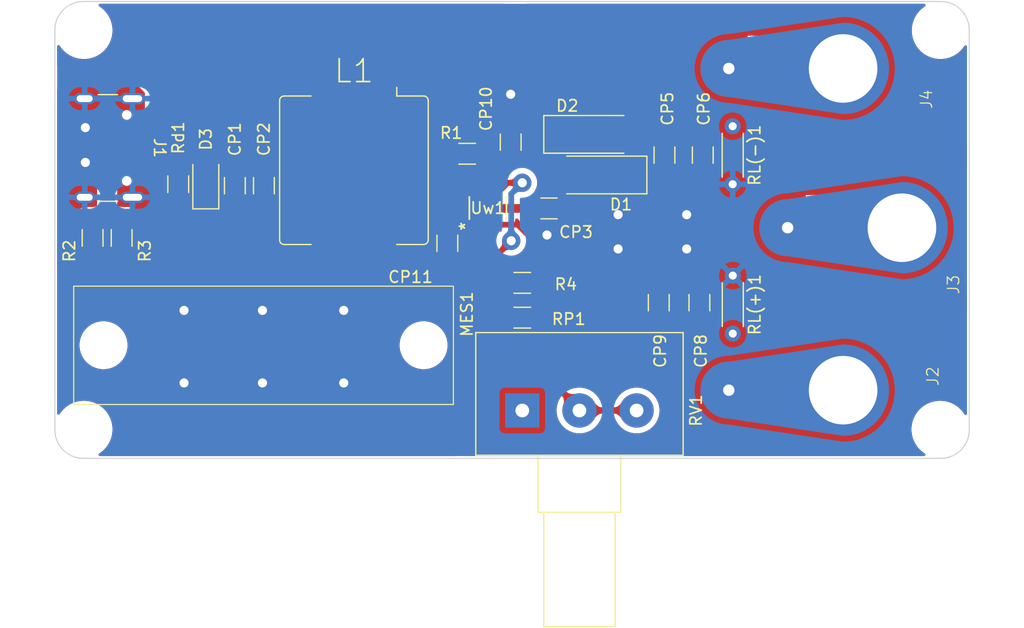
<source format=kicad_pcb>
(kicad_pcb (version 20240108) (generator "pcbnew") (generator_version "8.0")
  (layers (0 "F.Cu" signal) (31 "B.Cu" signal) (34 "B.Paste" user) (35 "F.Paste" user) (36 "B.SilkS" user "B.Silkscreen") (37 "F.SilkS" user "F.Silkscreen") (38 "B.Mask" user) (39 "F.Mask" user) (44 "Edge.Cuts" user))
  (net 0 "")
  (net 1 "GND")
  (net 2 "Net-(D1-A)")
  (net 3 "/Vo-")
  (net 4 "Net-(Uw1-VDD)")
  (net 5 "/Vo+")
  (net 6 "Net-(Uw1-BST)")
  (net 7 "Net-(Uw1-EN)")
  (net 8 "Net-(Uw1-FB)")
  (net 9 "/SW")
  (net 10 "+5V")
  (net 11 "Net-(D3-A)")
  (net 12 "Net-(J1-CC2)")
  (net 19 "Net-(J1-CC1)")
  (footprint "Diode_SMD:D_SMA_Handsoldering" (layer "F.Cu") (at 155.2345 93.0445)
    (property "Reference" "D2" (at -2.4535 -2.5 0) (layer "F.SilkS"))
    (property "Value" "D_Schottky")
    (fp_line (start -4.51 -1.65) (end -4.51 1.65) (stroke (width 0.12)) (layer "F.SilkS"))
    (fp_line (start -4.51 -1.65) (end 2.5 -1.65) (stroke (width 0.12)) (layer "F.SilkS"))
    (fp_line (start -4.51 1.65) (end 2.5 1.65) (stroke (width 0.12)) (layer "F.SilkS"))
    (pad "1" smd roundrect (at -2.5 0) (size 3.5 1.8) (layers "F.Cu" "F.Paste" "F.Mask") (roundrect_rratio 0.1388888889) (net 2 "Net-(D1-A)"))
    (pad "2" smd roundrect (at 2.5 0) (size 3.5 1.8) (layers "F.Cu" "F.Paste" "F.Mask") (roundrect_rratio 0.1388888889) (net 3 "/Vo-"))
  )
  (footprint "LED_SMD:LED_1206_3216Metric" (layer "F.Cu") (at 121.158 97.282 90)
    (property "Reference" "D3" (at 3.81 0 90) (layer "F.SilkS"))
    (property "Value" "LED Red")
    (fp_line (start 1.6 -1.135) (end -2.285 -1.135) (stroke (width 0.12)) (layer "F.SilkS"))
    (fp_line (start -2.285 -1.135) (end -2.285 1.135) (stroke (width 0.12)) (layer "F.SilkS"))
    (fp_line (start -2.285 1.135) (end 1.6 1.135) (stroke (width 0.12)) (layer "F.SilkS"))
    (pad "1" smd roundrect (at -1.4 0 90) (size 1.25 1.75) (layers "F.Cu" "F.Paste" "F.Mask") (roundrect_rratio 0.2) (net 1 "GND"))
    (pad "2" smd roundrect (at 1.4 0 90) (size 1.25 1.75) (layers "F.Cu" "F.Paste" "F.Mask") (roundrect_rratio 0.2) (net 11 "Net-(D3-A)"))
  )
  (footprint "Agujero3mm:MountingHole 3mm" (layer "F.Cu") (at 110.49 118.872)
    (property "Reference" "REF**" (hide yes))
    (property "Value" "MountingHole 3mm")
    (pad "" np_thru_hole circle (at 0 0) (size 3 3) (drill 3) (layers "F&B.Cu" "*.Mask") (clearance 1))
  )
  (footprint "MP3437:TSOT23-8_MP3437_MNP-M" (layer "F.Cu") (at 145.837001 99.49815 90)
    (property "Reference" "Uw1" (at 0 0 0) (layer "F.SilkS"))
    (property "Value" "MP3437GJ-P")
    (fp_line (start 0.9779 -1.6256) (end -0.9779 -1.6256) (stroke (width 0.1524)) (layer "F.SilkS"))
    (fp_line (start -0.9779 1.6256) (end 0.9779 1.6256) (stroke (width 0.1524)) (layer "F.SilkS"))
    (fp_text user "*" (at -1.59385 -1.946001 90) (layer "F.SilkS"))
    (fp_text user "*" (at -1.59385 -1.946001 90) (layer "F.SilkS"))
    (pad "1" smd rect (at -1.45415 -0.974999 90) (size 1.2065 0.4572) (layers "F.Cu" "F.Paste" "F.Mask") (net 6 "Net-(Uw1-BST)"))
    (pad "2" smd rect (at -1.45415 -0.325001 90) (size 1.2065 0.4572) (layers "F.Cu" "F.Paste" "F.Mask") (net 5 "/Vo+"))
    (pad "3" smd rect (at -1.45415 0.325001 90) (size 1.2065 0.4572) (layers "F.Cu" "F.Paste" "F.Mask") (net 9 "/SW"))
    (pad "4" smd rect (at -1.45415 0.974999 90) (size 1.2065 0.4572) (layers "F.Cu" "F.Paste" "F.Mask") (net 1 "GND"))
    (pad "5" smd rect (at 1.45415 0.974999 90) (size 1.2065 0.4572) (layers "F.Cu" "F.Paste" "F.Mask") (net 8 "Net-(Uw1-FB)"))
    (pad "6" smd rect (at 1.45415 0.325001 90) (size 1.2065 0.4572) (layers "F.Cu" "F.Paste" "F.Mask") (net 4 "Net-(Uw1-VDD)"))
    (pad "7" smd rect (at 1.45415 -0.325001 90) (size 1.2065 0.4572) (layers "F.Cu" "F.Paste" "F.Mask") (net 7 "Net-(Uw1-EN)"))
    (pad "8" smd rect (at 1.45415 -0.974999 90) (size 1.2065 0.4572) (layers "F.Cu" "F.Paste" "F.Mask") (net 10 "+5V"))
  )
  (footprint "Resistor_SMD:R_1206_3216Metric_Pad1.30x1.75mm_HandSolder" (layer "F.Cu") (at 113.792 102.108 -90)
    (property "Reference" "R3" (at 1.143 -2.032 90) (layer "F.SilkS"))
    (property "Value" "R")
    (fp_line (start -0.727064 0.91) (end 0.727064 0.91) (stroke (width 0.12)) (layer "F.SilkS"))
    (fp_line (start -0.727064 -0.91) (end 0.727064 -0.91) (stroke (width 0.12)) (layer "F.SilkS"))
    (pad "1" smd roundrect (at -1.55 0 270) (size 1.3 1.75) (layers "F.Cu" "F.Paste" "F.Mask") (roundrect_rratio 0.192308) (net 12 "Net-(J1-CC2)"))
    (pad "2" smd roundrect (at 1.55 0 270) (size 1.3 1.75) (layers "F.Cu" "F.Paste" "F.Mask") (roundrect_rratio 0.192308) (net 1 "GND"))
  )
  (footprint "Resistor_SMD:R_1206_3216Metric_Pad1.30x1.75mm_HandSolder" (layer "F.Cu") (at 118.745 97.409 -90)
    (property "Reference" "Rd1" (at -4.064 0 90) (layer "F.SilkS"))
    (property "Value" "220")
    (fp_line (start -0.727064 0.91) (end 0.727064 0.91) (stroke (width 0.12)) (layer "F.SilkS"))
    (fp_line (start -0.727064 -0.91) (end 0.727064 -0.91) (stroke (width 0.12)) (layer "F.SilkS"))
    (pad "1" smd roundrect (at -1.55 0 270) (size 1.3 1.75) (layers "F.Cu" "F.Paste" "F.Mask") (roundrect_rratio 0.192308) (net 10 "+5V"))
    (pad "2" smd roundrect (at 1.55 0 270) (size 1.3 1.75) (layers "F.Cu" "F.Paste" "F.Mask") (roundrect_rratio 0.192308) (net 11 "Net-(D3-A)"))
  )
  (footprint "Capacitor_SMD:C_1206_3216Metric_Pad1.33x1.80mm_HandSolder" (layer "F.Cu") (at 147.828 93.726 90)
    (property "Reference" "CP10" (at 2.921 -2.159 90) (layer "F.SilkS"))
    (property "Value" "1uF")
    (fp_line (start -0.711252 -0.91) (end 0.711252 -0.91) (stroke (width 0.12)) (layer "F.SilkS"))
    (fp_line (start -0.711252 0.91) (end 0.711252 0.91) (stroke (width 0.12)) (layer "F.SilkS"))
    (pad "1" smd roundrect (at -1.5625 0 90) (size 1.325 1.8) (layers "F.Cu" "F.Paste" "F.Mask") (roundrect_rratio 0.188679) (net 4 "Net-(Uw1-VDD)"))
    (pad "2" smd roundrect (at 1.5625 0 90) (size 1.325 1.8) (layers "F.Cu" "F.Paste" "F.Mask") (roundrect_rratio 0.188679) (net 1 "GND"))
  )
  (footprint "Resistor_SMD:R_1206_3216Metric_Pad1.30x1.75mm_HandSolder" (layer "F.Cu") (at 111.252 102.108 -90)
    (property "Reference" "R2" (at 1.143 2.032 90) (layer "F.SilkS"))
    (property "Value" "R")
    (fp_line (start -0.727064 0.91) (end 0.727064 0.91) (stroke (width 0.12)) (layer "F.SilkS"))
    (fp_line (start -0.727064 -0.91) (end 0.727064 -0.91) (stroke (width 0.12)) (layer "F.SilkS"))
    (pad "1" smd roundrect (at -1.55 0 270) (size 1.3 1.75) (layers "F.Cu" "F.Paste" "F.Mask") (roundrect_rratio 0.192308) (net 19 "Net-(J1-CC1)"))
    (pad "2" smd roundrect (at 1.55 0 270) (size 1.3 1.75) (layers "F.Cu" "F.Paste" "F.Mask") (roundrect_rratio 0.192308) (net 1 "GND"))
  )
  (footprint "Agujero3mm:MountingHole 3mm" (layer "F.Cu") (at 110.49 83.947)
    (property "Reference" "REF**" (hide yes))
    (property "Value" "MountingHole 3mm")
    (pad "" np_thru_hole circle (at 0 0) (size 3 3) (drill 3) (layers "F&B.Cu" "*.Mask") (clearance 1))
  )
  (footprint "Agujero3mm:MountingHole 3mm" (layer "F.Cu") (at 185.42 83.947)
    (property "Reference" "REF**" (hide yes))
    (property "Value" "MountingHole 3mm")
    (pad "" np_thru_hole circle (at 0 0) (size 3 3) (drill 3) (layers "F&B.Cu" "*.Mask") (clearance 1))
  )
  (footprint "Resistor_THT:R_Axial_DIN0204_L3.6mm_D1.6mm_P5.08mm_Horizontal" (layer "F.Cu") (at 167.25 92.329 -90)
    (property "Reference" "RL(-)1" (at 2.54 -1.92 -90) (layer "F.SilkS"))
    (property "Value" "470")
    (fp_line (start 0.62 0.92) (end 4.46 0.92) (stroke (width 0.12)) (layer "F.SilkS"))
    (fp_line (start 0.62 -0.92) (end 4.46 -0.92) (stroke (width 0.12)) (layer "F.SilkS"))
    (pad "1" thru_hole circle (at 0 0 270) (size 1.4 1.4) (drill 0.7) (layers "*.Cu" "*.Mask") (net 3 "/Vo-"))
    (pad "2" thru_hole oval (at 5.08 0 270) (size 1.4 1.4) (drill 0.7) (layers "*.Cu" "*.Mask") (net 1 "GND"))
  )
  (footprint "Banana_elemon:Banana_209_elemon" (layer "F.Cu") (at 176.911 87.2744 180)
    (property "Reference" "J4" (at -7.2898 -2.6924 90) (layer "F.SilkS") (effects (font (thickness 0.1))))
    (property "Value" "Conn_01x01_Pin")
    (fp_poly (pts (arc (start -0.013958 -3.996906) (mid -4.013958 0.003094) (end -0.013958 4.003094)) (arc (start 9.986042 2.503094) (mid 12.486042 0.003094) (end 9.986042 -2.496906))) (fill solid) (layer "B.Cu"))
    (pad "" np_thru_hole circle (at 0 0 180) (size 6 6) (drill 6) (layers "F&B.Cu" "*.Mask"))
    (pad "1" thru_hole circle (at 10 0 180) (size 2 2) (drill 1) (layers "*.Cu" "*.Mask") (net 3 "/Vo-") (clearance 0.3))
  )
  (footprint "Capacitor_SMD:C_1206_3216Metric_Pad1.33x1.80mm_HandSolder" (layer "F.Cu") (at 123.698 97.536 90)
    (property "Reference" "CP1" (at 4.064 0 90) (layer "F.SilkS"))
    (property "Value" "22uF")
    (fp_line (start -0.711252 -0.91) (end 0.711252 -0.91) (stroke (width 0.12)) (layer "F.SilkS"))
    (fp_line (start -0.711252 0.91) (end 0.711252 0.91) (stroke (width 0.12)) (layer "F.SilkS"))
    (pad "1" smd roundrect (at -1.5625 0 90) (size 1.325 1.8) (layers "F.Cu" "F.Paste" "F.Mask") (roundrect_rratio 0.188679) (net 1 "GND"))
    (pad "2" smd roundrect (at 1.5625 0 90) (size 1.325 1.8) (layers "F.Cu" "F.Paste" "F.Mask") (roundrect_rratio 0.188679) (net 10 "+5V"))
  )
  (footprint "Resistor_SMD:R_1206_3216Metric_Pad1.30x1.75mm_HandSolder" (layer "F.Cu") (at 144.018 94.742)
    (property "Reference" "R1" (at -1.397 -1.82 0) (layer "F.SilkS"))
    (property "Value" "R")
    (fp_line (start -0.727064 -0.91) (end 0.727064 -0.91) (stroke (width 0.12)) (layer "F.SilkS"))
    (fp_line (start -0.727064 0.91) (end 0.727064 0.91) (stroke (width 0.12)) (layer "F.SilkS"))
    (pad "1" smd roundrect (at -1.55 0) (size 1.3 1.75) (layers "F.Cu" "F.Paste" "F.Mask") (roundrect_rratio 0.192308) (net 10 "+5V"))
    (pad "2" smd roundrect (at 1.55 0) (size 1.3 1.75) (layers "F.Cu" "F.Paste" "F.Mask") (roundrect_rratio 0.192308) (net 7 "Net-(Uw1-EN)"))
  )
  (footprint "Resistor_SMD:R_1206_3216Metric_Pad1.30x1.75mm_HandSolder" (layer "F.Cu") (at 148.844 106.045)
    (property "Reference" "R4" (at 3.81 0.127 0) (layer "F.SilkS"))
    (property "Value" "5k")
    (fp_line (start -0.727064 -0.91) (end 0.727064 -0.91) (stroke (width 0.12)) (layer "F.SilkS"))
    (fp_line (start -0.727064 0.91) (end 0.727064 0.91) (stroke (width 0.12)) (layer "F.SilkS"))
    (pad "1" smd roundrect (at -1.55 0) (size 1.3 1.75) (layers "F.Cu" "F.Paste" "F.Mask") (roundrect_rratio 0.192308) (net 8 "Net-(Uw1-FB)"))
    (pad "2" smd roundrect (at 1.55 0) (size 1.3 1.75) (layers "F.Cu" "F.Paste" "F.Mask") (roundrect_rratio 0.192308) (net 1 "GND"))
  )
  (footprint "Capacitor_SMD:C_1206_3216Metric_Pad1.33x1.80mm_HandSolder" (layer "F.Cu") (at 164.338 107.7845 -90)
    (property "Reference" "CP8" (at 4.2295 -0.127 90) (layer "F.SilkS"))
    (property "Value" "22uF")
    (fp_line (start -0.711252 0.91) (end 0.711252 0.91) (stroke (width 0.12)) (layer "F.SilkS"))
    (fp_line (start -0.711252 -0.91) (end 0.711252 -0.91) (stroke (width 0.12)) (layer "F.SilkS"))
    (pad "1" smd roundrect (at -1.5625 0 270) (size 1.325 1.8) (layers "F.Cu" "F.Paste" "F.Mask") (roundrect_rratio 0.188679) (net 1 "GND"))
    (pad "2" smd roundrect (at 1.5625 0 270) (size 1.325 1.8) (layers "F.Cu" "F.Paste" "F.Mask") (roundrect_rratio 0.188679) (net 5 "/Vo+"))
  )
  (footprint "Diode_SMD:D_SMA_Handsoldering" (layer "F.Cu") (at 155.2345 96.6005 180)
    (property "Reference" "D1" (at -2.2455 -2.5865 180) (layer "F.SilkS"))
    (property "Value" "D_Schottky")
    (fp_line (start -4.51 1.65) (end 2.5 1.65) (stroke (width 0.12)) (layer "F.SilkS"))
    (fp_line (start -4.51 -1.65) (end 2.5 -1.65) (stroke (width 0.12)) (layer "F.SilkS"))
    (fp_line (start -4.51 -1.65) (end -4.51 1.65) (stroke (width 0.12)) (layer "F.SilkS"))
    (pad "1" smd roundrect (at -2.5 0 180) (size 3.5 1.8) (layers "F.Cu" "F.Paste" "F.Mask") (roundrect_rratio 0.1388888889) (net 1 "GND"))
    (pad "2" smd roundrect (at 2.5 0 180) (size 3.5 1.8) (layers "F.Cu" "F.Paste" "F.Mask") (roundrect_rratio 0.1388888889) (net 2 "Net-(D1-A)"))
  )
  (footprint "Capacitor_SMD:C_1206_3216Metric_Pad1.33x1.80mm_HandSolder" (layer "F.Cu") (at 142.288 102.5775 90)
    (property "Reference" "CP11" (at -2.9595 -3.223 0) (layer "F.SilkS"))
    (property "Value" "1uF")
    (fp_line (start -0.711252 -0.91) (end 0.711252 -0.91) (stroke (width 0.12)) (layer "F.SilkS"))
    (fp_line (start -0.711252 0.91) (end 0.711252 0.91) (stroke (width 0.12)) (layer "F.SilkS"))
    (pad "1" smd roundrect (at -1.5625 0 90) (size 1.325 1.8) (layers "F.Cu" "F.Paste" "F.Mask") (roundrect_rratio 0.188679) (net 6 "Net-(Uw1-BST)"))
    (pad "2" smd roundrect (at 1.5625 0 90) (size 1.325 1.8) (layers "F.Cu" "F.Paste" "F.Mask") (roundrect_rratio 0.188679) (net 9 "/SW"))
  )
  (footprint "Banana_elemon:Banana_209_elemon" (layer "F.Cu") (at 176.911 115.443 180)
    (property "Reference" "J2" (at -7.8486 1.2192 90) (layer "F.SilkS") (effects (font (thickness 0.1))))
    (property "Value" "Conn_01x01_Pin")
    (fp_poly (pts (arc (start -0.013958 -3.996906) (mid -4.013958 0.003094) (end -0.013958 4.003094)) (arc (start 9.986042 2.503094) (mid 12.486042 0.003094) (end 9.986042 -2.496906))) (fill solid) (layer "B.Cu"))
    (pad "" np_thru_hole circle (at 0 0 180) (size 6 6) (drill 6) (layers "F&B.Cu" "*.Mask"))
    (pad "1" thru_hole circle (at 10 0 180) (size 2 2) (drill 1) (layers "*.Cu" "*.Mask") (net 5 "/Vo+") (clearance 0.3))
  )
  (footprint "Capacitor_SMD:C_1206_3216Metric_Pad1.33x1.80mm_HandSolder" (layer "F.Cu") (at 160.782 107.7845 -90)
    (property "Reference" "CP9" (at 4.2295 -0.127 90) (layer "F.SilkS"))
    (property "Value" "22uF")
    (fp_line (start -0.711252 0.91) (end 0.711252 0.91) (stroke (width 0.12)) (layer "F.SilkS"))
    (fp_line (start -0.711252 -0.91) (end 0.711252 -0.91) (stroke (width 0.12)) (layer "F.SilkS"))
    (pad "1" smd roundrect (at -1.5625 0 270) (size 1.325 1.8) (layers "F.Cu" "F.Paste" "F.Mask") (roundrect_rratio 0.188679) (net 1 "GND"))
    (pad "2" smd roundrect (at 1.5625 0 270) (size 1.325 1.8) (layers "F.Cu" "F.Paste" "F.Mask") (roundrect_rratio 0.188679) (net 5 "/Vo+"))
  )
  (footprint "Capacitor_SMD:C_1206_3216Metric_Pad1.33x1.80mm_HandSolder" (layer "F.Cu") (at 151.178 99.5295)
    (property "Reference" "CP3" (at 2.365 2.0705 0) (layer "F.SilkS"))
    (property "Value" "1uF")
    (fp_line (start -0.711252 -0.91) (end 0.711252 -0.91) (stroke (width 0.12)) (layer "F.SilkS"))
    (fp_line (start -0.711252 0.91) (end 0.711252 0.91) (stroke (width 0.12)) (layer "F.SilkS"))
    (pad "1" smd roundrect (at -1.5625 0) (size 1.325 1.8) (layers "F.Cu" "F.Paste" "F.Mask") (roundrect_rratio 0.188679) (net 9 "/SW"))
    (pad "2" smd roundrect (at 1.5625 0) (size 1.325 1.8) (layers "F.Cu" "F.Paste" "F.Mask") (roundrect_rratio 0.188679) (net 2 "Net-(D1-A)"))
  )
  (footprint "Capacitor_SMD:C_1206_3216Metric_Pad1.33x1.80mm_HandSolder" (layer "F.Cu") (at 126.238 97.536 90)
    (property "Reference" "CP2" (at 4.064 0 90) (layer "F.SilkS"))
    (property "Value" "22uF")
    (fp_line (start -0.711252 -0.91) (end 0.711252 -0.91) (stroke (width 0.12)) (layer "F.SilkS"))
    (fp_line (start -0.711252 0.91) (end 0.711252 0.91) (stroke (width 0.12)) (layer "F.SilkS"))
    (pad "1" smd roundrect (at -1.5625 0 90) (size 1.325 1.8) (layers "F.Cu" "F.Paste" "F.Mask") (roundrect_rratio 0.188679) (net 1 "GND"))
    (pad "2" smd roundrect (at 1.5625 0 90) (size 1.325 1.8) (layers "F.Cu" "F.Paste" "F.Mask") (roundrect_rratio 0.188679) (net 10 "+5V"))
  )
  (footprint "Resistor_SMD:R_1206_3216Metric_Pad1.30x1.75mm_HandSolder" (layer "F.Cu") (at 148.844 109.093)
    (property "Reference" "RP1" (at 4.064 0.127 0) (layer "F.SilkS"))
    (property "Value" "R")
    (fp_line (start -0.727064 -0.91) (end 0.727064 -0.91) (stroke (width 0.12)) (layer "F.SilkS"))
    (fp_line (start -0.727064 0.91) (end 0.727064 0.91) (stroke (width 0.12)) (layer "F.SilkS"))
    (pad "1" smd roundrect (at -1.55 0) (size 1.3 1.75) (layers "F.Cu" "F.Paste" "F.Mask") (roundrect_rratio 0.192308) (net 8 "Net-(Uw1-FB)"))
    (pad "2" smd roundrect (at 1.55 0) (size 1.3 1.75) (layers "F.Cu" "F.Paste" "F.Mask") (roundrect_rratio 0.192308) (net 5 "/Vo+"))
  )
  (footprint "Agujero3mm:MountingHole 3mm" (layer "F.Cu") (at 185.3946 118.872)
    (property "Reference" "REF**" (hide yes))
    (property "Value" "MountingHole 3mm")
    (pad "" np_thru_hole circle (at 0 0) (size 3 3) (drill 3) (layers "F&B.Cu" "*.Mask") (clearance 1))
  )
  (footprint "Connector_USB:USB_C_Receptacle_GCT_USB4105-xx-A_16P_TopMnt_Horizontal" (layer "F.Cu") (at 111.633 94.234 -90)
    (property "Reference" "J1" (at 0 -5.5 -90) (layer "F.SilkS"))
    (property "Value" "USB_C_Receptacle_USB2.0")
    (fp_line (start -4.67 -0.1) (end -4.67 -1.8) (stroke (width 0.12)) (layer "F.SilkS"))
    (fp_line (start 4.67 -0.1) (end 4.67 -1.8) (stroke (width 0.12)) (layer "F.SilkS"))
    (pad "" np_thru_hole circle (at -2.89 -2.605 270) (size 0.65 0.65) (drill 0.65) (layers "F&B.Cu" "*.Mask"))
    (pad "" np_thru_hole circle (at 2.89 -2.605 270) (size 0.65 0.65) (drill 0.65) (layers "F&B.Cu" "*.Mask"))
    (pad "A1" smd roundrect (at -3.2 -3.68 270) (size 0.6 1.15) (layers "F.Cu" "F.Paste" "F.Mask") (net 1 "GND"))
    (pad "A4" smd roundrect (at -2.4 -3.68 270) (size 0.6 1.15) (layers "F.Cu" "F.Paste" "F.Mask") (net 10 "+5V"))
    (pad "A5" smd roundrect (at -1.25 -3.68 270) (size 0.3 1.15) (layers "F.Cu" "F.Paste" "F.Mask") (net 19 "Net-(J1-CC1)"))
    (pad "A6" smd roundrect (at -0.25 -3.68 270) (size 0.3 1.15) (layers "F.Cu" "F.Paste" "F.Mask"))
    (pad "A7" smd roundrect (at 0.25 -3.68 270) (size 0.3 1.15) (layers "F.Cu" "F.Paste" "F.Mask"))
    (pad "A8" smd roundrect (at 1.25 -3.68 270) (size 0.3 1.15) (layers "F.Cu" "F.Paste" "F.Mask"))
    (pad "A9" smd roundrect (at 2.4 -3.68 270) (size 0.6 1.15) (layers "F.Cu" "F.Paste" "F.Mask") (net 10 "+5V"))
    (pad "A12" smd roundrect (at 3.2 -3.68 270) (size 0.6 1.15) (layers "F.Cu" "F.Paste" "F.Mask") (net 1 "GND"))
    (pad "B1" smd roundrect (at 3.2 -3.68 270) (size 0.6 1.15) (layers "F.Cu" "F.Paste" "F.Mask") (net 1 "GND"))
    (pad "B4" smd roundrect (at 2.4 -3.68 270) (size 0.6 1.15) (layers "F.Cu" "F.Paste" "F.Mask") (net 10 "+5V"))
    (pad "B5" smd roundrect (at 1.75 -3.68 270) (size 0.3 1.15) (layers "F.Cu" "F.Paste" "F.Mask") (net 12 "Net-(J1-CC2)"))
    (pad "B6" smd roundrect (at 0.75 -3.68 270) (size 0.3 1.15) (layers "F.Cu" "F.Paste" "F.Mask"))
    (pad "B7" smd roundrect (at -0.75 -3.68 270) (size 0.3 1.15) (layers "F.Cu" "F.Paste" "F.Mask"))
    (pad "B8" smd roundrect (at -1.75 -3.68 270) (size 0.3 1.15) (layers "F.Cu" "F.Paste" "F.Mask"))
    (pad "B9" smd roundrect (at -2.4 -3.68 270) (size 0.6 1.15) (layers "F.Cu" "F.Paste" "F.Mask") (net 10 "+5V"))
    (pad "B12" smd roundrect (at -3.2 -3.68 270) (size 0.6 1.15) (layers "F.Cu" "F.Paste" "F.Mask") (net 1 "GND"))
    (pad "S1" thru_hole oval (at -4.32 -3.105 270) (size 1 2.1) (drill oval 0.6 1.7) (layers "*.Cu" "*.Mask" "F.Paste") (net 1 "GND"))
    (pad "S1" thru_hole oval (at -4.32 1.075 270) (size 1 1.8) (drill oval 0.6 1.4) (layers "*.Cu" "*.Mask" "F.Paste") (net 1 "GND"))
    (pad "S1" thru_hole oval (at 4.32 -3.105 270) (size 1 2.1) (drill oval 0.6 1.7) (layers "*.Cu" "*.Mask" "F.Paste") (net 1 "GND"))
    (pad "S1" thru_hole oval (at 4.32 1.075 270) (size 1 1.8) (drill oval 0.6 1.4) (layers "*.Cu" "*.Mask" "F.Paste") (net 1 "GND"))
  )
  (footprint "Capacitor_SMD:C_1206_3216Metric_Pad1.33x1.80mm_HandSolder" (layer "F.Cu") (at 164.6325 94.861 90)
    (property "Reference" "CP6" (at 4.056 0.0865 90) (layer "F.SilkS"))
    (property "Value" "22uF")
    (fp_line (start -0.711252 -0.91) (end 0.711252 -0.91) (stroke (width 0.12)) (layer "F.SilkS"))
    (fp_line (start -0.711252 0.91) (end 0.711252 0.91) (stroke (width 0.12)) (layer "F.SilkS"))
    (pad "1" smd roundrect (at -1.5625 0 90) (size 1.325 1.8) (layers "F.Cu" "F.Paste" "F.Mask") (roundrect_rratio 0.188679) (net 1 "GND"))
    (pad "2" smd roundrect (at 1.5625 0 90) (size 1.325 1.8) (layers "F.Cu" "F.Paste" "F.Mask") (roundrect_rratio 0.188679) (net 3 "/Vo-"))
  )
  (footprint "Potentiometer_THT:Potentiometer_Alps_RK163_Single_Horizontal" (layer "F.Cu") (at 148.844 117.221 90)
    (property "Reference" "RV1" (at 0 15.2 90) (layer "F.SilkS"))
    (property "Value" "100k")
    (fp_line (start 6.82 -4.07) (end -3.92 -4.07) (stroke (width 0.12)) (layer "F.SilkS"))
    (fp_line (start -3.92 1.38) (end -8.92 1.38) (stroke (width 0.12)) (layer "F.SilkS"))
    (fp_line (start -8.92 1.88) (end -18.92 1.88) (stroke (width 0.12)) (layer "F.SilkS"))
    (fp_line (start -8.92 8.12) (end -18.92 8.12) (stroke (width 0.12)) (layer "F.SilkS"))
    (fp_line (start -18.92 8.12) (end -18.92 1.88) (stroke (width 0.12)) (layer "F.SilkS"))
    (fp_line (start -3.92 8.62) (end -8.92 8.62) (stroke (width 0.12)) (layer "F.SilkS"))
    (fp_line (start -8.92 8.62) (end -8.92 1.38) (stroke (width 0.12)) (layer "F.SilkS"))
    (fp_line (start 6.82 14.07) (end 6.82 -4.07) (stroke (width 0.12)) (layer "F.SilkS"))
    (fp_line (start 6.82 14.07) (end -3.92 14.07) (stroke (width 0.12)) (layer "F.SilkS"))
    (fp_line (start -3.92 14.07) (end -3.92 -4.07) (stroke (width 0.12)) (layer "F.SilkS"))
    (pad "1" thru_hole rect (at 0 0 270) (size 3 3) (drill 1.2) (layers "*.Cu" "*.Mask") (net 5 "/Vo+"))
    (pad "2" thru_hole circle (at 0 5 270) (size 3 3) (drill 1.2) (layers "*.Cu" "*.Mask") (net 8 "Net-(Uw1-FB)"))
    (pad "3" thru_hole circle (at 0 10 270) (size 3 3) (drill 1.2) (layers "*.Cu" "*.Mask") (net 8 "Net-(Uw1-FB)"))
  )
  (footprint "Capacitor_SMD:C_1206_3216Metric_Pad1.33x1.80mm_HandSolder" (layer "F.Cu") (at 161.2825 94.861 90)
    (property "Reference" "CP5" (at 4.056 0.2615 90) (layer "F.SilkS"))
    (property "Value" "22uF")
    (fp_line (start -0.711252 -0.91) (end 0.711252 -0.91) (stroke (width 0.12)) (layer "F.SilkS"))
    (fp_line (start -0.711252 0.91) (end 0.711252 0.91) (stroke (width 0.12)) (layer "F.SilkS"))
    (pad "1" smd roundrect (at -1.5625 0 90) (size 1.325 1.8) (layers "F.Cu" "F.Paste" "F.Mask") (roundrect_rratio 0.188679) (net 1 "GND"))
    (pad "2" smd roundrect (at 1.5625 0 90) (size 1.325 1.8) (layers "F.Cu" "F.Paste" "F.Mask") (roundrect_rratio 0.188679) (net 3 "/Vo-"))
  )
  (footprint "Banana_elemon:Banana_209_elemon" (layer "F.Cu") (at 182.058 101.219 180)
    (property "Reference" "J3" (at -4.505 -4.9784 90) (layer "F.SilkS") (effects (font (thickness 0.1))))
    (property "Value" "Conn_01x01_Pin")
    (fp_poly (pts (arc (start -0.013958 -3.996906) (mid -4.013958 0.003094) (end -0.013958 4.003094)) (arc (start 9.986042 2.503094) (mid 12.486042 0.003094) (end 9.986042 -2.496906))) (fill solid) (layer "B.Cu"))
    (pad "" np_thru_hole circle (at 0 0 180) (size 6 6) (drill 6) (layers "F&B.Cu" "*.Mask"))
    (pad "1" thru_hole circle (at 10 0 180) (size 2 2) (drill 1) (layers "*.Cu" "*.Mask") (net 1 "GND") (clearance 0.3))
  )
  (footprint "Voltmeter:PRT-14313" (layer "F.Cu") (at 126.208 111.506)
    (property "Reference" "MES1" (at 17.79 -2.72 -90) (layer "F.SilkS"))
    (property "Value" "Voltmeter_DC")
    (fp_rect (start -16.61 -5.17) (end 16.61 5.19) (stroke (width 0.1)) (fill none) (layer "F.SilkS"))
    (pad "" np_thru_hole circle (at -14 0) (size 2.2 2.2) (drill 2.2) (layers "F&B.Cu" "*.Mask") (clearance 1))
    (pad "" np_thru_hole circle (at 14 0) (size 2.2 2.2) (drill 2.2) (layers "F&B.Cu" "*.Mask") (clearance 1))
  )
  (footprint "Inductor_SMD:L_Bourns_SRR1208_12.7x12.7mm" (layer "F.Cu") (at 134.112 96.186 -90)
    (property "Reference" "L1" (at -8.683 0 180) (layer "F.SilkS") (effects (font (size 2 2))))
    (property "Value" "10uH")
    (fp_line (start 6.1 6.5) (end -6.1 6.5) (stroke (width 0.12)) (layer "F.SilkS"))
    (fp_line (start -6.5 3.75) (end -6.5 6.1) (stroke (width 0.12)) (layer "F.SilkS"))
    (fp_line (start 6.5 3.75) (end 6.5 6.1) (stroke (width 0.12)) (layer "F.SilkS"))
    (fp_line (start -6.5 -3.75) (end -7.25 -3.75) (stroke (width 0.12)) (layer "F.SilkS"))
    (fp_line (start -6.5 -6.1) (end -6.5 -3.75) (stroke (width 0.12)) (layer "F.SilkS"))
    (fp_line (start 6.5 -6.1) (end 6.5 -3.75) (stroke (width 0.12)) (layer "F.SilkS"))
    (fp_line (start -6.1 -6.5) (end 6.1 -6.5) (stroke (width 0.12)) (layer "F.SilkS"))
    (fp_arc (start -6.1 6.5) (mid -6.382843 6.382843) (end -6.5 6.1) (stroke (width 0.12)) (layer "F.SilkS"))
    (fp_arc (start 6.5 6.1) (mid 6.382843 6.382843) (end 6.1 6.5) (stroke (width 0.12)) (layer "F.SilkS"))
    (fp_arc (start -6.5 -6.1) (mid -6.382843 -6.382843) (end -6.1 -6.5) (stroke (width 0.12)) (layer "F.SilkS"))
    (fp_arc (start 6.1 -6.5) (mid 6.382843 -6.382843) (end 6.5 -6.1) (stroke (width 0.12)) (layer "F.SilkS"))
    (pad "1" smd rect (at -5 0 270) (size 4 7) (layers "F.Cu" "F.Paste" "F.Mask") (net 10 "+5V"))
    (pad "2" smd rect (at 5 0 270) (size 4 7) (layers "F.Cu" "F.Paste" "F.Mask") (net 9 "/SW"))
  )
  (footprint "Resistor_THT:R_Axial_DIN0204_L3.6mm_D1.6mm_P5.08mm_Horizontal" (layer "F.Cu") (at 167.259 105.41 -90)
    (property "Reference" "RL(+)1" (at 2.54 -1.92 -90) (layer "F.SilkS"))
    (property "Value" "470")
    (fp_line (start 0.62 0.92) (end 4.46 0.92) (stroke (width 0.12)) (layer "F.SilkS"))
    (fp_line (start 0.62 -0.92) (end 4.46 -0.92) (stroke (width 0.12)) (layer "F.SilkS"))
    (pad "1" thru_hole circle (at 0 0 270) (size 1.4 1.4) (drill 0.7) (layers "*.Cu" "*.Mask") (net 1 "GND"))
    (pad "2" thru_hole oval (at 5.08 0 270) (size 1.4 1.4) (drill 0.7) (layers "*.Cu" "*.Mask") (net 5 "/Vo+"))
  )
  (gr_line (start 107.95 118.912) (end 107.95 83.912) (stroke (width 0.1)) (layer "Edge.Cuts"))
  (gr_arc (start 107.95 83.912) (mid 108.682233 82.144233) (end 110.45 81.412) (stroke (width 0.1)) (layer "Edge.Cuts"))
  (gr_arc (start 185.45 81.412) (mid 187.217767 82.144233) (end 187.95 83.912) (stroke (width 0.1)) (layer "Edge.Cuts"))
  (gr_line (start 187.95 83.912) (end 187.95 118.912) (stroke (width 0.1)) (layer "Edge.Cuts"))
  (gr_line (start 185.45 121.412) (end 110.45 121.412) (stroke (width 0.1)) (layer "Edge.Cuts"))
  (gr_line (start 110.45 81.412) (end 185.45 81.412) (stroke (width 0.1)) (layer "Edge.Cuts"))
  (gr_arc (start 110.45 121.412) (mid 108.682233 120.679767) (end 107.95 118.912) (stroke (width 0.1)) (layer "Edge.Cuts"))
  (gr_arc (start 187.95 118.912) (mid 187.217767 120.679767) (end 185.45 121.412) (stroke (width 0.1)) (layer "Edge.Cuts"))
  (gr_text "Vo+" (at 170.853 117.856 90) (layer "F.Cu") (effects (font (size 1.5 1.5) (thickness 0.3) (bold yes)) (justify left bottom)))
  (gr_text "GND" (at 176 103.5 90) (layer "F.Cu") (effects (font (size 1.5 1.5) (thickness 0.3) (bold yes)) (justify left bottom)))
  (gr_text "Vo-" (at 170.92 89.408 90) (layer "F.Cu") (effects (font (size 1.5 1.5) (thickness 0.3) (bold yes)) (justify left bottom)))
  (segment (start 115.245 97.432) (end 115.245 97.977) (width 0.381) (layer "F.Cu") (net 1))
  (segment (start 160.782 106.222) (end 164.338 106.222) (width 0.381) (layer "F.Cu") (net 1))
  (segment (start 149.352 101.854) (end 148.4503 100.9523) (width 0.508) (layer "F.Cu") (net 1))
  (segment (start 115.245 97.977) (end 114.67 98.552) (width 0.381) (layer "F.Cu") (net 1))
  (segment (start 161.2055 96.3465) (end 161.2825 96.4235) (width 0.25) (layer "F.Cu") (net 1))
  (segment (start 115.245 90.487) (end 114.67 89.912) (width 0.381) (layer "F.Cu") (net 1))
  (segment (start 147.828 89.535) (end 147.828 92.1635) (width 0.381) (layer "F.Cu") (net 1))
  (segment (start 148.4503 100.9523) (end 146.844602 100.9523) (width 0.508) (layer "F.Cu") (net 1))
  (segment (start 151.003 101.854) (end 149.352 101.854) (width 0.508) (layer "F.Cu") (net 1))
  (segment (start 161.2825 96.4235) (end 164.6325 96.4235) (width 0.25) (layer "F.Cu") (net 1))
  (segment (start 115.245 91.032) (end 115.245 90.487) (width 0.381) (layer "F.Cu") (net 1))
  (segment (start 157.7345 96.3465) (end 161.2055 96.3465) (width 0.25) (layer "F.Cu") (net 1))
  (via (at 126.111 114.808) (size 1.6) (drill 0.8) (layers "F.Cu" "B.Cu") (net 1))
  (via (at 119.253 114.808) (size 1.6) (drill 0.8) (layers "F.Cu" "B.Cu") (net 1))
  (via (at 151.003 101.854) (size 1.6) (drill 0.8) (layers "F.Cu" "B.Cu") (net 1))
  (via (at 147.828 89.535) (size 1.6) (drill 0.8) (layers "F.Cu" "B.Cu") (net 1))
  (via (at 110.617 95.504) (size 1.6) (drill 0.8) (layers "F.Cu" "B.Cu") (net 1))
  (via (at 163.226 100.076) (size 1.6) (drill 0.8) (layers "F.Cu" "B.Cu") (net 1))
  (via (at 133.223 108.458) (size 1.6) (drill 0.8) (layers "F.Cu" "B.Cu") (net 1))
  (via (at 157.226 103.076) (size 1.6) (drill 0.8) (layers "F.Cu" "B.Cu") (net 1))
  (via (at 163.226 103.076) (size 1.6) (drill 0.8) (layers "F.Cu" "B.Cu") (net 1))
  (via (at 119.253 108.458) (size 1.6) (drill 0.8) (layers "F.Cu" "B.Cu") (net 1))
  (via (at 157.226 100.076) (size 1.6) (drill 0.8) (layers "F.Cu" "B.Cu") (net 1))
  (via (at 126.111 108.458) (size 1.6) (drill 0.8) (layers "F.Cu" "B.Cu") (net 1))
  (via (at 133.223 114.808) (size 1.6) (drill 0.8) (layers "F.Cu" "B.Cu") (net 1))
  (via (at 110.617 92.456) (size 1.6) (drill 0.8) (layers "F.Cu" "B.Cu") (net 1))
  (segment (start 153.035 96.347) (end 153.0345 96.3465) (width 0.381) (layer "F.Cu") (net 2))
  (segment (start 152.7345 96.3465) (end 152.7345 93.0445) (width 1.27) (layer "F.Cu") (net 2))
  (segment (start 152.7345 96.6005) (end 152.7345 99.5235) (width 1.27) (layer "F.Cu") (net 2))
  (segment (start 152.7345 99.5235) (end 152.7405 99.5295) (width 1.27) (layer "F.Cu") (net 2))
  (segment (start 153.035 96.647) (end 152.7345 96.3465) (width 1.27) (layer "F.Cu") (net 2))
  (segment (start 158.2425 92.7905) (end 160.7745 92.7905) (width 0.2) (layer "F.Cu") (net 3))
  (segment (start 157.7345 93.2985) (end 158.2425 92.7905) (width 0.2) (layer "F.Cu") (net 3))
  (segment (start 161.2825 93.2985) (end 164.6325 93.2985) (width 0.381) (layer "F.Cu") (net 3))
  (segment (start 160.7745 92.7905) (end 161.2825 93.2985) (width 0.2) (layer "F.Cu") (net 3))
  (segment (start 147.5355 95.2885) (end 147.828 95.2885) (width 0.381) (layer "F.Cu") (net 4))
  (segment (start 146.169001 98.07535) (end 146.169001 96.654999) (width 0.381) (layer "F.Cu") (net 4))
  (segment (start 146.169001 96.654999) (end 147.5355 95.2885) (width 0.381) (layer "F.Cu") (net 4))
  (segment (start 145.51 102.83) (end 145.51 104.206) (width 1.27) (layer "F.Cu") (net 5))
  (segment (start 145.512 100.9523) (end 145.512 102.828) (width 0.381) (layer "F.Cu") (net 5))
  (segment (start 160.782 109.347) (end 164.338 109.347) (width 0.381) (layer "F.Cu") (net 5))
  (segment (start 145.51 104.206) (end 145.5166 104.2126) (width 1.27) (layer "F.Cu") (net 5))
  (segment (start 145.5166 104.2126) (end 145.5166 115.2906) (width 1.27) (layer "F.Cu") (net 5))
  (segment (start 147.32 117.094) (end 148.844 117.094) (width 1.27) (layer "F.Cu") (net 5))
  (segment (start 145.5166 115.2906) (end 147.32 117.094) (width 1.27) (layer "F.Cu") (net 5))
  (segment (start 145.512 102.828) (end 145.51 102.83) (width 0.381) (layer "F.Cu") (net 5))
  (segment (start 144.943999 101.058648) (end 144.869001 100.98365) (width 0.25) (layer "F.Cu") (net 6))
  (segment (start 142.288 104.14) (end 144.862002 101.565998) (width 0.381) (layer "F.Cu") (net 6))
  (segment (start 144.862002 101.565998) (end 144.862002 100.9523) (width 0.381) (layer "F.Cu") (net 6))
  (segment (start 145.518999 94.791001) (end 145.568 94.742) (width 0.381) (layer "F.Cu") (net 7))
  (segment (start 145.518999 98.07535) (end 145.518999 94.791001) (width 0.381) (layer "F.Cu") (net 7))
  (segment (start 146.8716 108.5) (end 146.8628 108.5088) (width 0.508) (layer "F.Cu") (net 8))
  (segment (start 158.844 117.094) (end 158.717 117.221) (width 0.508) (layer "F.Cu") (net 8))
  (segment (start 146.9898 108.331) (end 146.8628 108.204) (width 0.508) (layer "F.Cu") (net 8))
  (segment (start 147.574 97.282) (end 146.844602 98.011398) (width 0.508) (layer "F.Cu") (net 8))
  (segment (start 146.8628 104.4448) (end 146.8628 103.3752) (width 0.508) (layer "F.Cu") (net 8))
  (segment (start 146.8628 111.9378) (end 146.8628 108.5088) (width 0.508) (layer "F.Cu") (net 8))
  (segment (start 148.717 113.792) (end 146.8628 111.9378) (width 0.508) (layer "F.Cu") (net 8))
  (segment (start 150.542 113.792) (end 148.717 113.792) (width 0.508) (layer "F.Cu") (net 8))
  (segment (start 158.717 117.221) (end 153.971 117.221) (width 0.508) (layer "F.Cu") (net 8))
  (segment (start 146.8628 108.204) (end 146.8628 106.045) (width 0.508) (layer "F.Cu") (net 8))
  (segment (start 153.971 117.221) (end 150.542 113.792) (width 0.508) (layer "F.Cu") (net 8))
  (segment (start 148.844 97.282) (end 147.574 97.282) (width 0.508) (layer "F.Cu") (net 8))
  (segment (start 146.8628 108.5088) (end 146.8628 108.204) (width 0.508) (layer "F.Cu") (net 8))
  (segment (start 146.844602 98.011398) (end 146.844602 98.044) (width 0.508) (layer "F.Cu") (net 8))
  (segment (start 146.8628 103.3752) (end 147.876 102.362) (width 0.508) (layer "F.Cu") (net 8))
  (segment (start 146.8628 106.045) (end 146.8628 104.4448) (width 0.508) (layer "F.Cu") (net 8))
  (via (at 147.876 102.362) (size 1.6) (drill 0.8) (layers "F.Cu" "B.Cu") (net 8))
  (via (at 148.844 97.282) (size 1.6) (drill 0.8) (layers "F.Cu" "B.Cu") (net 8))
  (segment (start 147.876 98.25) (end 148.844 97.282) (width 0.508) (layer "B.Cu") (net 8))
  (segment (start 147.876 102.362) (end 147.876 98.25) (width 0.508) (layer "B.Cu") (net 8))
  (segment (start 146.169001 99.600501) (end 146.098 99.5295) (width 0.25) (layer "F.Cu") (net 9))
  (segment (start 143.3425 99.9605) (end 142.288 101.015) (width 0.762) (layer "F.Cu") (net 9))
  (segment (start 149.6155 99.5295) (end 146.098 99.5295) (width 0.762) (layer "F.Cu") (net 9))
  (segment (start 142.288 101.015) (end 142.117 101.186) (width 0.762) (layer "F.Cu") (net 9))
  (segment (start 146.098 99.5295) (end 143.3425 99.5295) (width 0.762) (layer "F.Cu") (net 9))
  (segment (start 146.169001 100.98365) (end 146.169001 99.600501) (width 0.25) (layer "F.Cu") (net 9))
  (segment (start 143.3425 99.5295) (end 143.3425 99.9605) (width 0.762) (layer "F.Cu") (net 9))
  (segment (start 142.117 101.186) (end 134.112 101.186) (width 0.762) (layer "F.Cu") (net 9))
  (segment (start 116.067 91.832) (end 115.245 91.832) (width 0.508) (layer "F.Cu") (net 10))
  (segment (start 118.745 95.859) (end 118.745 93.345) (width 0.508) (layer "F.Cu") (net 10))
  (segment (start 123.698 91.567) (end 125.095 90.17) (width 0.508) (layer "F.Cu") (net 10))
  (segment (start 142.468 95.674349) (end 144.869001 98.07535) (width 0.381) (layer "F.Cu") (net 10))
  (segment (start 142.468 94.742) (end 142.468 95.674349) (width 0.381) (layer "F.Cu") (net 10))
  (segment (start 117.972 96.632) (end 115.245 96.632) (width 0.508) (layer "F.Cu") (net 10))
  (segment (start 134.112 91.186) (end 133.096 90.17) (width 0.508) (layer "F.Cu") (net 10))
  (segment (start 126.238 90.932) (end 127 90.17) (width 0.508) (layer "F.Cu") (net 10))
  (segment (start 123.698 95.9735) (end 123.698 91.567) (width 0.508) (layer "F.Cu") (net 10))
  (segment (start 125.095 90.17) (end 121.92 90.17) (width 0.508) (layer "F.Cu") (net 10))
  (segment (start 126.238 95.9735) (end 126.238 90.932) (width 0.508) (layer "F.Cu") (net 10))
  (segment (start 133.096 90.17) (end 127 90.17) (width 0.508) (layer "F.Cu") (net 10))
  (segment (start 118.745 95.859) (end 117.972 96.632) (width 0.508) (layer "F.Cu") (net 10))
  (segment (start 117.729 90.17) (end 116.067 91.832) (width 0.508) (layer "F.Cu") (net 10))
  (segment (start 121.92 90.17) (end 117.729 90.17) (width 0.508) (layer "F.Cu") (net 10))
  (segment (start 118.745 93.345) (end 121.92 90.17) (width 0.508) (layer "F.Cu") (net 10))
  (segment (start 127 90.17) (end 125.095 90.17) (width 0.508) (layer "F.Cu") (net 10))
  (segment (start 118.745 98.295) (end 121.158 95.882) (width 0.508) (layer "F.Cu") (net 11))
  (segment (start 118.745 98.959) (end 118.745 98.295) (width 0.508) (layer "F.Cu") (net 11))
  (segment (start 113.766 100.558) (end 113.792 100.558) (width 0.25) (layer "F.Cu") (net 12))
  (segment (start 112.776 99.568) (end 113.766 100.558) (width 0.25) (layer "F.Cu") (net 12))
  (segment (start 115.245 95.982) (end 114.37 95.982) (width 0.25) (layer "F.Cu") (net 12))
  (segment (start 112.776 97.576) (end 112.776 99.568) (width 0.25) (layer "F.Cu") (net 12))
  (segment (start 114.37 95.982) (end 112.776 97.576) (width 0.25) (layer "F.Cu") (net 12))
  (segment (start 112.268 97.028) (end 112.268 99.657122) (width 0.25) (layer "F.Cu") (net 19))
  (segment (start 114.37 92.982) (end 113.538 93.814) (width 0.25) (layer "F.Cu") (net 19))
  (segment (start 113.538 93.814) (end 113.538 95.758) (width 0.25) (layer "F.Cu") (net 19))
  (segment (start 115.245 92.982) (end 114.37 92.982) (width 0.25) (layer "F.Cu") (net 19))
  (segment (start 112.268 99.657122) (end 111.367122 100.558) (width 0.25) (layer "F.Cu") (net 19))
  (segment (start 113.538 95.758) (end 112.268 97.028) (width 0.25) (layer "F.Cu") (net 19))
  (segment (start 111.367122 100.558) (end 111.252 100.558) (width 0.25) (layer "F.Cu") (net 19))
  (zone (net 10) (net_name "+5V") (layer "F.Cu") (priority 5) (connect_pads yes (clearance 0.5)) (min_thickness 0.25) (fill yes (thermal_gap 0.5) (thermal_bridge_width 0.5) (smoothing chamfer) (radius 1))
    (polygon (pts (xy 148.082 99.314) (xy 137.922 96.266) (xy 130.048 96.266) (xy 130.048 97.282) (xy 117.856 97.282) (xy 115.824 97.282) (xy 115.824 95.504) (xy 115.824 87.884) (xy 107.95 87.884) (xy 107.95 81.407) (xy 148.082 81.407)))
  )
  (zone (net 1) (net_name "GND") (layer "F.Cu") (priority 6) (connect_pads yes (clearance 0.5)) (min_thickness 0.25) (fill yes (thermal_gap 0.5) (thermal_bridge_width 0.5) (smoothing chamfer) (radius 1))
    (polygon (pts (xy 107.95 88.392) (xy 115.824 88.392) (xy 115.824 97.282) (xy 130.048 97.282) (xy 130.048 104.902) (xy 143.764 104.902) (xy 143.764 121.412) (xy 107.95 121.412)))
  )
  (zone (net 5) (net_name "/Vo+") (layer "F.Cu") (priority 3) (connect_pads yes (clearance 0.5)) (min_thickness 0.25) (fill yes (thermal_gap 0.5) (thermal_bridge_width 0.5) (smoothing chamfer) (radius 1))
    (polygon (pts (xy 187.96 108.077) (xy 177.292 108.077) (xy 171.577 108.077) (xy 160.782 108.077) (xy 152.146 108.077) (xy 148.336 108.077) (xy 146.1516 108.077) (xy 146.1262 108.077) (xy 144.907 108.077) (xy 144.8562 121.412) (xy 187.96 121.412)))
  )
  (zone (net 3) (net_name "/Vo-") (layer "F.Cu") (priority 4) (connect_pads yes (clearance 0.5)) (min_thickness 0.25) (fill yes (thermal_gap 0.5) (thermal_bridge_width 0.5) (smoothing chamfer) (radius 1))
    (polygon (pts (xy 187.96 94.742) (xy 175.006 94.742) (xy 170.18 94.742) (xy 148.336 94.742) (xy 148.336 81.407) (xy 187.96 81.407)))
  )
  (zone (net 9) (net_name "/SW") (layer "F.Cu") (priority 2) (connect_pads yes (clearance 0.5)) (min_thickness 0.25) (fill yes (thermal_gap 0.5) (thermal_bridge_width 0.5) (smoothing fillet) (radius 1))
    (polygon (pts (xy 133.096 96.52) (xy 130.556 96.52) (xy 130.556 104.902) (xy 140.97 104.902) (xy 143.002 103.378) (xy 146.304 99.314) (xy 141.732 97.536) (xy 141.732 95.758) (xy 133.096 95.758)))
  )
  (zone (net 1) (net_name "GND") (layer "F.Cu") (priority 6) (connect_pads yes (clearance 0.5)) (min_thickness 0.25) (fill yes (thermal_gap 0.5) (thermal_bridge_width 0.5) (smoothing chamfer) (radius 1))
    (polygon (pts (xy 187.96 95.123) (xy 148.209 95.123) (xy 148.209 107.696) (xy 187.96 107.696)))
  )
  (zone (net 1) (net_name "GND") (layer "B.Cu") (connect_pads (clearance 0.5)) (min_thickness 0.25) (fill yes (thermal_gap 0.5) (thermal_bridge_width 0.5))
    (polygon (pts (xy 107.95 81.28) (xy 107.95 121.412) (xy 187.96 121.412) (xy 187.96 81.407)))
  )
)
</source>
